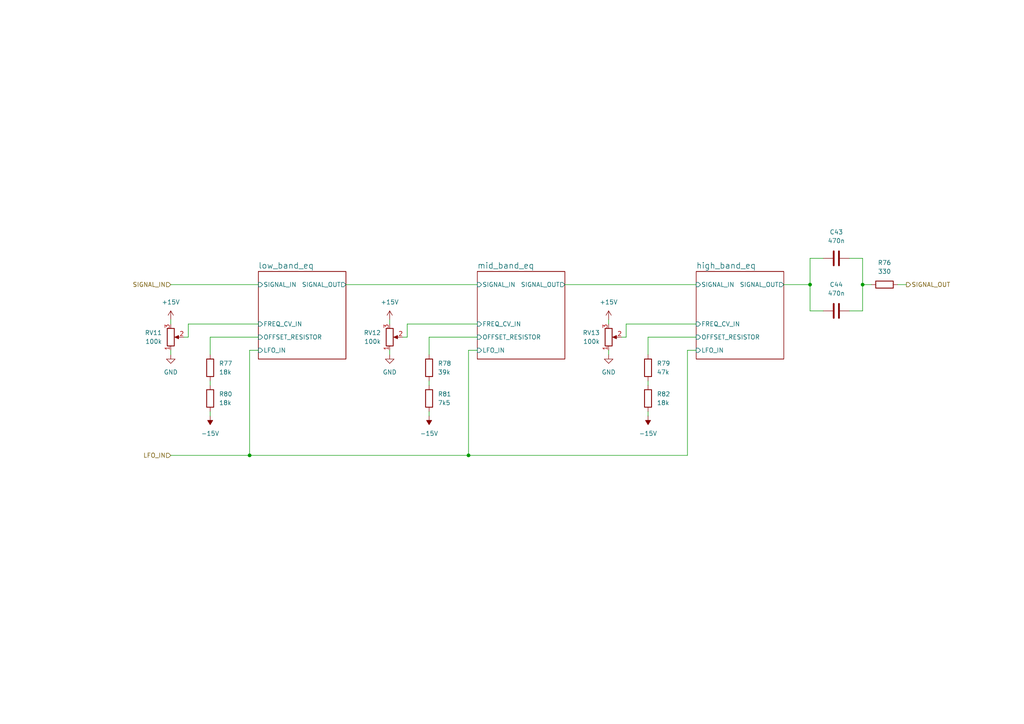
<source format=kicad_sch>
(kicad_sch (version 20211123) (generator eeschema)
  (paper "A4")
  (title_block (title "Wiggly EQ") (date "2022-08-01") (rev "0") (comment 2 "creativecommons.org/licenses/by/4.0") (comment 3 "License: CC by 4.0") (comment 4 "Author: Jordan Aceto"))
  (lib_symbols
    (symbol "Device:C" (pin_numbers hide) (pin_names (offset 0.254))
      (property "Reference" "C" (at 0.635 2.54 0))
      (property "Value" "C" (at 0.635 -2.54 0))
      (symbol "C_0_1"
        (polyline (pts (xy -2.032 -0.762) (xy 2.032 -0.762)) (stroke (width 0.508)))
        (polyline (pts (xy -2.032 0.762) (xy 2.032 0.762)) (stroke (width 0.508)))
      )
      (symbol "C_1_1"
        (pin passive line (at 0 3.81 270) (length 2.794) (name "~") (number "1"))
        (pin passive line (at 0 -3.81 90) (length 2.794) (name "~") (number "2"))
      )
    )
    (symbol "Device:R" (pin_numbers hide) (pin_names (offset 0))
      (property "Reference" "R" (at 2.032 0 90))
      (property "Value" "R" (at 0 0 90))
      (symbol "R_0_1"
        (rectangle (start -1.016 -2.54) (end 1.016 2.54) (stroke (width 0.254)))
      )
      (symbol "R_1_1"
        (pin passive line (at 0 3.81 270) (length 1.27) (name "~") (number "1"))
        (pin passive line (at 0 -3.81 90) (length 1.27) (name "~") (number "2"))
      )
    )
    (symbol "Device:R_Potentiometer" (pin_names (offset 1.016) hide)
      (property "Reference" "RV" (at -4.445 0 90))
      (property "Value" "R_Potentiometer" (at -2.54 0 90))
      (symbol "R_Potentiometer_0_1"
        (polyline (pts (xy 2.54 0) (xy 1.524 0)))
        (polyline (pts (xy 1.143 0) (xy 2.286 0.508) (xy 2.286 -0.508) (xy 1.143 0)) (fill (type outline)))
        (rectangle (start 1.016 2.54) (end -1.016 -2.54) (stroke (width 0.254)))
      )
      (symbol "R_Potentiometer_1_1"
        (pin passive line (at 0 3.81 270) (length 1.27) (name "1") (number "1"))
        (pin passive line (at 3.81 0 180) (length 1.27) (name "2") (number "2"))
        (pin passive line (at 0 -3.81 90) (length 1.27) (name "3") (number "3"))
      )
    )
    (symbol "power:+15V" (power) (pin_names (offset 0))
      (property "Value" "+15V" (at 0 3.556 0))
      (symbol "+15V_0_1"
        (polyline (pts (xy -0.762 1.27) (xy 0 2.54)))
        (polyline (pts (xy 0 0) (xy 0 2.54)))
        (polyline (pts (xy 0 2.54) (xy 0.762 1.27)))
      )
      (symbol "+15V_1_1"
        (pin power_in line (at 0 0 90) (length 0) hide (name "+15V") (number "1"))
      )
    )
    (symbol "power:-15V" (power) (pin_names (offset 0))
      (property "Value" "-15V" (at 0 3.81 0))
      (symbol "-15V_0_0"
        (pin power_in line (at 0 0 90) (length 0) hide (name "-15V") (number "1"))
      )
      (symbol "-15V_0_1"
        (polyline (pts (xy 0 0) (xy 0 1.27) (xy 0.762 1.27) (xy 0 2.54) (xy -0.762 1.27) (xy 0 1.27)) (fill (type outline)))
      )
    )
    (symbol "power:GND" (power) (pin_names (offset 0))
      (property "Value" "GND" (at 0 -3.81 0))
      (symbol "GND_0_1"
        (polyline (pts (xy 0 0) (xy 0 -1.27) (xy 1.27 -1.27) (xy 0 -2.54) (xy -1.27 -1.27) (xy 0 -1.27)))
      )
      (symbol "GND_1_1"
        (pin power_in line (at 0 0 270) (length 0) hide (name "GND") (number "1"))
      )
    )
  )
  (junction (at 250.19 82.55))
  (junction (at 234.95 82.55))
  (junction (at 135.89 132.08))
  (junction (at 72.39 132.08))
  (wire (pts (xy 250.19 82.55) (xy 250.19 90.17)))
  (wire (pts (xy 49.53 132.08) (xy 72.39 132.08)))
  (wire (pts (xy 124.46 110.49) (xy 124.46 111.76)))
  (wire (pts (xy 187.96 110.49) (xy 187.96 111.76)))
  (wire (pts (xy 60.96 119.38) (xy 60.96 120.65)))
  (wire (pts (xy 262.89 82.55) (xy 260.35 82.55)))
  (wire (pts (xy 252.73 82.55) (xy 250.19 82.55)))
  (wire (pts (xy 234.95 74.93) (xy 234.95 82.55)))
  (wire (pts (xy 116.84 97.79) (xy 118.11 97.79)))
  (wire (pts (xy 250.19 90.17) (xy 246.38 90.17)))
  (wire (pts (xy 135.89 132.08) (xy 199.39 132.08)))
  (wire (pts (xy 227.33 82.55) (xy 234.95 82.55)))
  (wire (pts (xy 234.95 74.93) (xy 238.76 74.93)))
  (wire (pts (xy 100.33 82.55) (xy 138.43 82.55)))
  (wire (pts (xy 53.34 97.79) (xy 54.61 97.79)))
  (wire (pts (xy 246.38 74.93) (xy 250.19 74.93)))
  (wire (pts (xy 238.76 90.17) (xy 234.95 90.17)))
  (wire (pts (xy 72.39 101.6) (xy 72.39 132.08)))
  (wire (pts (xy 138.43 101.6) (xy 135.89 101.6)))
  (wire (pts (xy 199.39 132.08) (xy 199.39 101.6)))
  (wire (pts (xy 176.53 92.71) (xy 176.53 93.98)))
  (wire (pts (xy 54.61 93.98) (xy 74.93 93.98)))
  (wire (pts (xy 118.11 97.79) (xy 118.11 93.98)))
  (wire (pts (xy 187.96 119.38) (xy 187.96 120.65)))
  (wire (pts (xy 60.96 97.79) (xy 74.93 97.79)))
  (wire (pts (xy 187.96 97.79) (xy 201.93 97.79)))
  (wire (pts (xy 181.61 97.79) (xy 181.61 93.98)))
  (wire (pts (xy 60.96 110.49) (xy 60.96 111.76)))
  (wire (pts (xy 113.03 101.6) (xy 113.03 102.87)))
  (wire (pts (xy 234.95 82.55) (xy 234.95 90.17)))
  (wire (pts (xy 49.53 101.6) (xy 49.53 102.87)))
  (wire (pts (xy 124.46 119.38) (xy 124.46 120.65)))
  (wire (pts (xy 49.53 92.71) (xy 49.53 93.98)))
  (wire (pts (xy 118.11 93.98) (xy 138.43 93.98)))
  (wire (pts (xy 72.39 132.08) (xy 135.89 132.08)))
  (wire (pts (xy 176.53 101.6) (xy 176.53 102.87)))
  (wire (pts (xy 113.03 92.71) (xy 113.03 93.98)))
  (wire (pts (xy 250.19 74.93) (xy 250.19 82.55)))
  (wire (pts (xy 60.96 102.87) (xy 60.96 97.79)))
  (wire (pts (xy 187.96 102.87) (xy 187.96 97.79)))
  (wire (pts (xy 135.89 101.6) (xy 135.89 132.08)))
  (wire (pts (xy 181.61 93.98) (xy 201.93 93.98)))
  (wire (pts (xy 124.46 97.79) (xy 138.43 97.79)))
  (wire (pts (xy 124.46 102.87) (xy 124.46 97.79)))
  (wire (pts (xy 199.39 101.6) (xy 201.93 101.6)))
  (wire (pts (xy 163.83 82.55) (xy 201.93 82.55)))
  (wire (pts (xy 54.61 97.79) (xy 54.61 93.98)))
  (wire (pts (xy 74.93 101.6) (xy 72.39 101.6)))
  (wire (pts (xy 49.53 82.55) (xy 74.93 82.55)))
  (wire (pts (xy 180.34 97.79) (xy 181.61 97.79)))
  (hierarchical_label "SIGNAL_IN" (shape input) (at 49.53 82.55 180))
  (hierarchical_label "SIGNAL_OUT" (shape output) (at 262.89 82.55 0))
  (hierarchical_label "LFO_IN" (shape input) (at 49.53 132.08 180))
  (symbol (lib_id "power:-15V") (at 124.46 120.65 180) (unit 1)
    (property "Reference" "#PWR079" (effects hide))
    (property "Value" "-15V" (at 124.46 125.73 0))
  )
  (symbol (lib_id "Device:R") (at 124.46 115.57 0) (unit 1)
    (property "Reference" "R81" (at 127 114.2999 0) (effects (justify left)))
    (property "Value" "7k5" (at 127 116.8399 0) (effects (justify left)))
  )
  (symbol (lib_id "power:+15V") (at 49.53 92.71 0) (unit 1)
    (property "Reference" "#PWR072" (effects hide))
    (property "Value" "+15V" (at 49.53 87.63 0))
  )
  (symbol (lib_id "Device:R") (at 256.54 82.55 270) (mirror x) (unit 1)
    (property "Reference" "R76" (at 256.54 76.2 90))
    (property "Value" "330" (at 256.54 78.74 90))
  )
  (symbol (lib_id "power:+15V") (at 176.53 92.71 0) (unit 1)
    (property "Reference" "#PWR074" (effects hide))
    (property "Value" "+15V" (at 176.53 87.63 0))
  )
  (symbol (lib_id "power:GND") (at 113.03 102.87 0) (unit 1)
    (property "Reference" "#PWR076" (effects hide))
    (property "Value" "GND" (at 113.03 107.95 0))
  )
  (symbol (lib_id "power:GND") (at 176.53 102.87 0) (unit 1)
    (property "Reference" "#PWR077" (effects hide))
    (property "Value" "GND" (at 176.53 107.95 0))
  )
  (symbol (lib_id "Device:R") (at 187.96 115.57 0) (unit 1)
    (property "Reference" "R82" (at 190.5 114.2999 0) (effects (justify left)))
    (property "Value" "18k" (at 190.5 116.8399 0) (effects (justify left)))
  )
  (symbol (lib_id "power:+15V") (at 113.03 92.71 0) (unit 1)
    (property "Reference" "#PWR073" (effects hide))
    (property "Value" "+15V" (at 113.03 87.63 0))
  )
  (symbol (lib_id "Device:R") (at 60.96 115.57 0) (unit 1)
    (property "Reference" "R80" (at 63.5 114.2999 0) (effects (justify left)))
    (property "Value" "18k" (at 63.5 116.8399 0) (effects (justify left)))
  )
  (symbol (lib_id "power:GND") (at 49.53 102.87 0) (unit 1)
    (property "Reference" "#PWR075" (effects hide))
    (property "Value" "GND" (at 49.53 107.95 0))
  )
  (symbol (lib_id "power:-15V") (at 60.96 120.65 180) (unit 1)
    (property "Reference" "#PWR078" (effects hide))
    (property "Value" "-15V" (at 60.96 125.73 0))
  )
  (symbol (lib_id "Device:R") (at 60.96 106.68 0) (unit 1)
    (property "Reference" "R77" (at 63.5 105.4099 0) (effects (justify left)))
    (property "Value" "18k" (at 63.5 107.9499 0) (effects (justify left)))
  )
  (symbol (lib_id "Device:R") (at 187.96 106.68 0) (unit 1)
    (property "Reference" "R79" (at 190.5 105.4099 0) (effects (justify left)))
    (property "Value" "47k" (at 190.5 107.9499 0) (effects (justify left)))
  )
  (symbol (lib_id "Device:C") (at 242.57 90.17 270) (mirror x) (unit 1)
    (property "Reference" "C44" (at 242.57 82.55 90))
    (property "Value" "470n" (at 242.57 85.09 90))
  )
  (symbol (lib_id "Device:R_Potentiometer") (at 176.53 97.79 0) (mirror x) (unit 1)
    (property "Reference" "RV13" (at 173.99 96.5199 0) (effects (justify right)))
    (property "Value" "100k" (at 173.99 99.0599 0) (effects (justify right)))
  )
  (symbol (lib_id "Device:R") (at 124.46 106.68 0) (unit 1)
    (property "Reference" "R78" (at 127 105.4099 0) (effects (justify left)))
    (property "Value" "39k" (at 127 107.9499 0) (effects (justify left)))
  )
  (symbol (lib_id "Device:R_Potentiometer") (at 113.03 97.79 0) (mirror x) (unit 1)
    (property "Reference" "RV12" (at 110.49 96.5199 0) (effects (justify right)))
    (property "Value" "100k" (at 110.49 99.0599 0) (effects (justify right)))
  )
  (symbol (lib_id "Device:C") (at 242.57 74.93 270) (mirror x) (unit 1)
    (property "Reference" "C43" (at 242.57 67.31 90))
    (property "Value" "470n" (at 242.57 69.85 90))
  )
  (symbol (lib_id "power:-15V") (at 187.96 120.65 180) (unit 1)
    (property "Reference" "#PWR080" (effects hide))
    (property "Value" "-15V" (at 187.96 125.73 0))
  )
  (symbol (lib_id "Device:R_Potentiometer") (at 49.53 97.79 0) (mirror x) (unit 1)
    (property "Reference" "RV11" (at 46.99 96.5199 0) (effects (justify right)))
    (property "Value" "100k" (at 46.99 99.0599 0) (effects (justify right)))
  )
  (sheet (at 74.93 78.74) (size 25.4 25.4) (stroke (width 0.1524))
    (property "Sheet name" "low_band_eq" (at 74.93 78.0284 0) (effects (font (size 1.7 1.7)) (justify left bottom)))
    (property "Sheet file" "parametric_eq_stage.kicad_sch" (effects hide))
    (pin "SIGNAL_IN" input (at 74.93 82.55 180))
    (pin "FREQ_CV_IN" input (at 74.93 93.98 180))
    (pin "SIGNAL_OUT" output (at 100.33 82.55 0))
    (pin "OFFSET_RESISTOR" input (at 74.93 97.79 180))
    (pin "LFO_IN" input (at 74.93 101.6 180))
  )
  (sheet (at 201.93 78.74) (size 25.4 25.4) (stroke (width 0.1524))
    (property "Sheet name" "high_band_eq" (at 201.93 78.0284 0) (effects (font (size 1.7 1.7)) (justify left bottom)))
    (property "Sheet file" "parametric_eq_stage.kicad_sch" (effects hide))
    (pin "SIGNAL_IN" input (at 201.93 82.55 180))
    (pin "FREQ_CV_IN" input (at 201.93 93.98 180))
    (pin "SIGNAL_OUT" output (at 227.33 82.55 0))
    (pin "OFFSET_RESISTOR" input (at 201.93 97.79 180))
    (pin "LFO_IN" input (at 201.93 101.6 180))
  )
  (sheet (at 138.43 78.74) (size 25.4 25.4) (stroke (width 0.1524))
    (property "Sheet name" "mid_band_eq" (at 138.43 78.0284 0) (effects (font (size 1.7 1.7)) (justify left bottom)))
    (property "Sheet file" "parametric_eq_stage.kicad_sch" (effects hide))
    (pin "SIGNAL_IN" input (at 138.43 82.55 180))
    (pin "FREQ_CV_IN" input (at 138.43 93.98 180))
    (pin "SIGNAL_OUT" output (at 163.83 82.55 0))
    (pin "OFFSET_RESISTOR" input (at 138.43 97.79 180))
    (pin "LFO_IN" input (at 138.43 101.6 180))
  )
)
</source>
